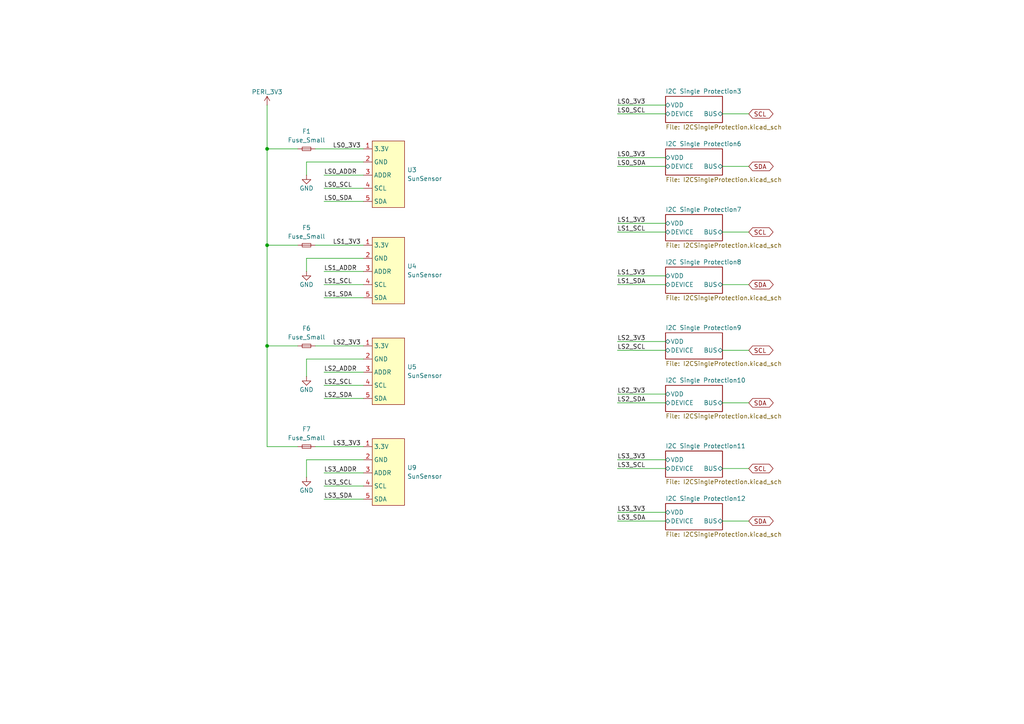
<source format=kicad_sch>
(kicad_sch (version 20231120) (generator "eeschema") (generator_version "8.0")
  (paper "A4")
  (lib_symbols
    (symbol "Argus-IC:SunSensor"
      (property "Reference" "U" (at 0 13.208 0))
      (property "Value" "SunSensor" (at 0 11.43 0))
      (symbol "SunSensor_1_1"
        (rectangle (start -5.08 8.636) (end 4.318 -10.668) (fill (type background)))
        (pin input line (at -7.62 6.35 0) (length 2.54) (name "3.3V") (number "1"))
        (pin input line (at -7.62 2.54 0) (length 2.54) (name "GND") (number "2"))
        (pin input line (at -7.62 -1.27 0) (length 2.54) (name "ADDR") (number "3"))
        (pin input line (at -7.62 -5.08 0) (length 2.54) (name "SCL") (number "4"))
        (pin input line (at -7.62 -8.89 0) (length 2.54) (name "SDA") (number "5"))
      )
    )
    (symbol "Device:Fuse_Small" (pin_numbers hide) (pin_names (offset 0.254) hide)
      (property "Reference" "F" (at 0 -1.524 0))
      (property "Value" "Fuse_Small" (at 0 1.524 0))
      (symbol "Fuse_Small_0_1"
        (rectangle (start -1.27 0.508) (end 1.27 -0.508))
        (polyline (pts (xy -1.27 0) (xy 1.27 0)))
      )
      (symbol "Fuse_Small_1_1"
        (pin passive line (at -2.54 0 0) (length 1.27) (name "~") (number "1"))
        (pin passive line (at 2.54 0 180) (length 1.27) (name "~") (number "2"))
      )
    )
    (symbol "power:+3.3V" (power) (pin_numbers hide) (pin_names (offset 0) hide)
      (property "Value" "+3.3V" (at 0 3.556 0))
      (symbol "+3.3V_0_1"
        (polyline (pts (xy -0.762 1.27) (xy 0 2.54)))
        (polyline (pts (xy 0 0) (xy 0 2.54)))
        (polyline (pts (xy 0 2.54) (xy 0.762 1.27)))
      )
      (symbol "+3.3V_1_1"
        (pin power_in line (at 0 0 90) (length 0) (name "~") (number "1"))
      )
    )
    (symbol "power:GND" (power) (pin_numbers hide) (pin_names (offset 0) hide)
      (property "Value" "GND" (at 0 -3.81 0))
      (symbol "GND_0_1"
        (polyline (pts (xy 0 0) (xy 0 -1.27) (xy 1.27 -1.27) (xy 0 -2.54) (xy -1.27 -1.27) (xy 0 -1.27)))
      )
      (symbol "GND_1_1"
        (pin power_in line (at 0 0 270) (length 0) (name "~") (number "1"))
      )
    )
  )
  (junction (at 77.47 43.18))
  (junction (at 77.47 100.33))
  (junction (at 77.47 71.12))
  (wire (pts (xy 93.98 144.78) (xy 105.41 144.78)))
  (wire (pts (xy 179.07 148.59) (xy 193.04 148.59)))
  (wire (pts (xy 77.47 71.12) (xy 77.47 100.33)))
  (wire (pts (xy 77.47 100.33) (xy 86.36 100.33)))
  (wire (pts (xy 77.47 30.48) (xy 77.47 43.18)))
  (wire (pts (xy 93.98 78.74) (xy 105.41 78.74)))
  (wire (pts (xy 209.55 116.84) (xy 217.17 116.84)))
  (wire (pts (xy 88.9 46.99) (xy 88.9 50.8)))
  (wire (pts (xy 88.9 133.35) (xy 88.9 138.43)))
  (wire (pts (xy 209.55 33.02) (xy 217.17 33.02)))
  (wire (pts (xy 105.41 74.93) (xy 88.9 74.93)))
  (wire (pts (xy 93.98 82.55) (xy 105.41 82.55)))
  (wire (pts (xy 93.98 50.8) (xy 105.41 50.8)))
  (wire (pts (xy 93.98 115.57) (xy 105.41 115.57)))
  (wire (pts (xy 88.9 104.14) (xy 88.9 109.22)))
  (wire (pts (xy 93.98 137.16) (xy 105.41 137.16)))
  (wire (pts (xy 179.07 33.02) (xy 193.04 33.02)))
  (wire (pts (xy 209.55 48.26) (xy 217.17 48.26)))
  (wire (pts (xy 93.98 54.61) (xy 105.41 54.61)))
  (wire (pts (xy 86.36 71.12) (xy 77.47 71.12)))
  (wire (pts (xy 209.55 101.6) (xy 217.17 101.6)))
  (wire (pts (xy 88.9 74.93) (xy 88.9 78.74)))
  (wire (pts (xy 77.47 43.18) (xy 86.36 43.18)))
  (wire (pts (xy 179.07 114.3) (xy 193.04 114.3)))
  (wire (pts (xy 91.44 43.18) (xy 105.41 43.18)))
  (wire (pts (xy 93.98 140.97) (xy 105.41 140.97)))
  (wire (pts (xy 77.47 43.18) (xy 77.47 71.12)))
  (wire (pts (xy 77.47 129.54) (xy 86.36 129.54)))
  (wire (pts (xy 93.98 86.36) (xy 105.41 86.36)))
  (wire (pts (xy 179.07 30.48) (xy 193.04 30.48)))
  (wire (pts (xy 93.98 111.76) (xy 105.41 111.76)))
  (wire (pts (xy 179.07 151.13) (xy 193.04 151.13)))
  (wire (pts (xy 91.44 71.12) (xy 105.41 71.12)))
  (wire (pts (xy 179.07 67.31) (xy 193.04 67.31)))
  (wire (pts (xy 179.07 64.77) (xy 193.04 64.77)))
  (wire (pts (xy 179.07 99.06) (xy 193.04 99.06)))
  (wire (pts (xy 105.41 133.35) (xy 88.9 133.35)))
  (wire (pts (xy 179.07 116.84) (xy 193.04 116.84)))
  (wire (pts (xy 209.55 82.55) (xy 217.17 82.55)))
  (wire (pts (xy 91.44 129.54) (xy 105.41 129.54)))
  (wire (pts (xy 179.07 82.55) (xy 193.04 82.55)))
  (wire (pts (xy 91.44 100.33) (xy 105.41 100.33)))
  (wire (pts (xy 209.55 135.89) (xy 217.17 135.89)))
  (wire (pts (xy 209.55 151.13) (xy 217.17 151.13)))
  (wire (pts (xy 179.07 133.35) (xy 193.04 133.35)))
  (wire (pts (xy 179.07 45.72) (xy 193.04 45.72)))
  (wire (pts (xy 77.47 100.33) (xy 77.47 129.54)))
  (wire (pts (xy 209.55 67.31) (xy 217.17 67.31)))
  (wire (pts (xy 105.41 46.99) (xy 88.9 46.99)))
  (wire (pts (xy 179.07 135.89) (xy 193.04 135.89)))
  (wire (pts (xy 179.07 48.26) (xy 193.04 48.26)))
  (wire (pts (xy 179.07 101.6) (xy 193.04 101.6)))
  (wire (pts (xy 179.07 80.01) (xy 193.04 80.01)))
  (wire (pts (xy 93.98 58.42) (xy 105.41 58.42)))
  (wire (pts (xy 105.41 104.14) (xy 88.9 104.14)))
  (wire (pts (xy 93.98 107.95) (xy 105.41 107.95)))
  (label "LS0_3V3" (at 96.52 43.18 0))
  (label "LS1_ADDR" (at 93.98 78.74 0))
  (label "LS2_SCL" (at 93.98 111.76 0))
  (label "LS2_ADDR" (at 93.98 107.95 0))
  (label "LS0_3V3" (at 179.07 45.72 0))
  (label "LS0_SDA" (at 179.07 48.26 0))
  (label "LS2_SDA" (at 93.98 115.57 0))
  (label "LS1_3V3" (at 96.52 71.12 0))
  (label "LS3_3V3" (at 179.07 133.35 0))
  (label "LS3_SDA" (at 179.07 151.13 0))
  (label "LS0_ADDR" (at 93.98 50.8 0))
  (label "LS2_SCL" (at 179.07 101.6 0))
  (label "LS0_SCL" (at 179.07 33.02 0))
  (label "LS0_SCL" (at 93.98 54.61 0))
  (label "LS3_ADDR" (at 93.98 137.16 0))
  (label "LS3_3V3" (at 179.07 148.59 0))
  (label "LS3_SCL" (at 179.07 135.89 0))
  (label "LS2_3V3" (at 179.07 114.3 0))
  (label "LS3_SDA" (at 93.98 144.78 0))
  (label "LS3_3V3" (at 96.52 129.54 0))
  (label "LS1_3V3" (at 179.07 64.77 0))
  (label "LS0_3V3" (at 179.07 30.48 0))
  (label "LS1_SDA" (at 93.98 86.36 0))
  (label "LS1_SCL" (at 179.07 67.31 0))
  (label "LS2_SDA" (at 179.07 116.84 0))
  (label "LS3_SCL" (at 93.98 140.97 0))
  (label "LS0_SDA" (at 93.98 58.42 0))
  (label "LS1_SDA" (at 179.07 82.55 0))
  (label "LS1_SCL" (at 93.98 82.55 0))
  (label "LS2_3V3" (at 96.52 100.33 0))
  (label "LS2_3V3" (at 179.07 99.06 0))
  (label "LS1_3V3" (at 179.07 80.01 0))
  (global_label "SCL" (shape bidirectional) (at 217.17 67.31 0) (property "Intersheetrefs" "${INTERSHEET_REFS}" (effects (hide yes))))
  (global_label "SCL" (shape bidirectional) (at 217.17 101.6 0) (property "Intersheetrefs" "${INTERSHEET_REFS}" (effects (hide yes))))
  (global_label "SDA" (shape bidirectional) (at 217.17 151.13 0) (property "Intersheetrefs" "${INTERSHEET_REFS}" (effects (hide yes))))
  (global_label "SDA" (shape bidirectional) (at 217.17 48.26 0) (property "Intersheetrefs" "${INTERSHEET_REFS}" (effects (hide yes))))
  (global_label "SDA" (shape bidirectional) (at 217.17 82.55 0) (property "Intersheetrefs" "${INTERSHEET_REFS}" (effects (hide yes))))
  (global_label "SCL" (shape bidirectional) (at 217.17 135.89 0) (property "Intersheetrefs" "${INTERSHEET_REFS}" (effects (hide yes))))
  (global_label "SCL" (shape bidirectional) (at 217.17 33.02 0) (property "Intersheetrefs" "${INTERSHEET_REFS}" (effects (hide yes))))
  (global_label "SDA" (shape bidirectional) (at 217.17 116.84 0) (property "Intersheetrefs" "${INTERSHEET_REFS}" (effects (hide yes))))
  (symbol (lib_id "power:GND") (at 88.9 109.22 0) (mirror y) (unit 1)
    (property "Reference" "#PWR013" (effects (hide yes)))
    (property "Value" "GND" (at 88.9 113.03 0))
    (property "Description" "Power symbol creates a global label with name \"GND\" , ground" (effects (hide yes)))
  )
  (symbol (lib_id "power:GND") (at 88.9 78.74 0) (mirror y) (unit 1)
    (property "Reference" "#PWR011" (effects (hide yes)))
    (property "Value" "GND" (at 88.9 82.55 0))
    (property "Description" "Power symbol creates a global label with name \"GND\" , ground" (effects (hide yes)))
  )
  (symbol (lib_id "Argus-IC:SunSensor") (at 113.03 77.47 0) (unit 1)
    (property "Reference" "U4" (at 118.11 77.2159 0) (effects (justify left)))
    (property "Value" "SunSensor" (at 118.11 79.7559 0) (effects (justify left)))
    (property "Footprint" "SolarPanels:SunSensor" (effects (hide yes)))
  )
  (symbol (lib_id "Device:Fuse_Small") (at 88.9 43.18 0) (unit 1)
    (property "Reference" "F1" (at 88.9 38.1 0))
    (property "Value" "Fuse_Small" (at 88.9 40.64 0))
    (property "Description" "Fuse, small symbol" (effects (hide yes)))
  )
  (symbol (lib_id "Device:Fuse_Small") (at 88.9 100.33 0) (unit 1)
    (property "Reference" "F6" (at 88.9 95.25 0))
    (property "Value" "Fuse_Small" (at 88.9 97.79 0))
    (property "Description" "Fuse, small symbol" (effects (hide yes)))
  )
  (symbol (lib_id "power:GND") (at 88.9 138.43 0) (mirror y) (unit 1)
    (property "Reference" "#PWR014" (effects (hide yes)))
    (property "Value" "GND" (at 88.9 142.24 0))
    (property "Description" "Power symbol creates a global label with name \"GND\" , ground" (effects (hide yes)))
  )
  (symbol (lib_id "power:GND") (at 88.9 50.8 0) (mirror y) (unit 1)
    (property "Reference" "#PWR012" (effects (hide yes)))
    (property "Value" "GND" (at 88.9 54.61 0))
    (property "Description" "Power symbol creates a global label with name \"GND\" , ground" (effects (hide yes)))
  )
  (symbol (lib_id "Argus-IC:SunSensor") (at 113.03 106.68 0) (unit 1)
    (property "Reference" "U5" (at 118.11 106.4259 0) (effects (justify left)))
    (property "Value" "SunSensor" (at 118.11 108.9659 0) (effects (justify left)))
    (property "Footprint" "SolarPanels:SunSensor" (effects (hide yes)))
  )
  (symbol (lib_id "Device:Fuse_Small") (at 88.9 129.54 0) (unit 1)
    (property "Reference" "F7" (at 88.9 124.46 0))
    (property "Value" "Fuse_Small" (at 88.9 127 0))
    (property "Description" "Fuse, small symbol" (effects (hide yes)))
  )
  (symbol (lib_id "Argus-IC:SunSensor") (at 113.03 49.53 0) (unit 1)
    (property "Reference" "U3" (at 118.11 49.2759 0) (effects (justify left)))
    (property "Value" "SunSensor" (at 118.11 51.8159 0) (effects (justify left)))
    (property "Footprint" "SolarPanels:SunSensor" (effects (hide yes)))
  )
  (symbol (lib_id "Argus-IC:SunSensor") (at 113.03 135.89 0) (unit 1)
    (property "Reference" "U9" (at 118.11 135.6359 0) (effects (justify left)))
    (property "Value" "SunSensor" (at 118.11 138.1759 0) (effects (justify left)))
    (property "Footprint" "SolarPanels:SunSensor" (effects (hide yes)))
  )
  (symbol (lib_id "power:+3.3V") (at 77.47 30.48 0) (unit 1)
    (property "Reference" "#PWR010" (effects (hide yes)))
    (property "Value" "PERI_3V3" (at 77.47 26.67 0))
    (property "Description" "Power symbol creates a global label with name \"+3.3V\"" (effects (hide yes)))
  )
  (symbol (lib_id "Device:Fuse_Small") (at 88.9 71.12 0) (unit 1)
    (property "Reference" "F5" (at 88.9 66.04 0))
    (property "Value" "Fuse_Small" (at 88.9 68.58 0))
    (property "Description" "Fuse, small symbol" (effects (hide yes)))
  )
  (sheet (at 193.04 146.05) (size 16.51 7.62) (stroke (width 0.1524))
    (property "Sheetname" "I2C Single Protection12" (at 193.04 145.3384 0) (effects (justify left bottom)))
    (property "Sheetfile" "I2CSingleProtection.kicad_sch" (at 193.04 154.2546 0) (effects (justify left top)))
    (pin "DEVICE" bidirectional (at 193.04 151.13 180))
    (pin "BUS" bidirectional (at 209.55 151.13 0))
    (pin "VDD" bidirectional (at 193.04 148.59 180))
  )
  (sheet (at 193.04 111.76) (size 16.51 7.62) (stroke (width 0.1524))
    (property "Sheetname" "I2C Single Protection10" (at 193.04 111.0484 0) (effects (justify left bottom)))
    (property "Sheetfile" "I2CSingleProtection.kicad_sch" (at 193.04 119.9646 0) (effects (justify left top)))
    (pin "DEVICE" bidirectional (at 193.04 116.84 180))
    (pin "BUS" bidirectional (at 209.55 116.84 0))
    (pin "VDD" bidirectional (at 193.04 114.3 180))
  )
  (sheet (at 193.04 130.81) (size 16.51 7.62) (stroke (width 0.1524))
    (property "Sheetname" "I2C Single Protection11" (at 193.04 130.0984 0) (effects (justify left bottom)))
    (property "Sheetfile" "I2CSingleProtection.kicad_sch" (at 193.04 139.0146 0) (effects (justify left top)))
    (pin "DEVICE" bidirectional (at 193.04 135.89 180))
    (pin "BUS" bidirectional (at 209.55 135.89 0))
    (pin "VDD" bidirectional (at 193.04 133.35 180))
  )
  (sheet (at 193.04 62.23) (size 16.51 7.62) (stroke (width 0.1524))
    (property "Sheetname" "I2C Single Protection7" (at 193.04 61.5184 0) (effects (justify left bottom)))
    (property "Sheetfile" "I2CSingleProtection.kicad_sch" (at 193.04 70.4346 0) (effects (justify left top)))
    (pin "DEVICE" bidirectional (at 193.04 67.31 180))
    (pin "BUS" bidirectional (at 209.55 67.31 0))
    (pin "VDD" bidirectional (at 193.04 64.77 180))
  )
  (sheet (at 193.04 43.18) (size 16.51 7.62) (stroke (width 0.1524))
    (property "Sheetname" "I2C Single Protection6" (at 193.04 42.4684 0) (effects (justify left bottom)))
    (property "Sheetfile" "I2CSingleProtection.kicad_sch" (at 193.04 51.3846 0) (effects (justify left top)))
    (pin "DEVICE" bidirectional (at 193.04 48.26 180))
    (pin "BUS" bidirectional (at 209.55 48.26 0))
    (pin "VDD" bidirectional (at 193.04 45.72 180))
  )
  (sheet (at 193.04 77.47) (size 16.51 7.62) (stroke (width 0.1524))
    (property "Sheetname" "I2C Single Protection8" (at 193.04 76.7584 0) (effects (justify left bottom)))
    (property "Sheetfile" "I2CSingleProtection.kicad_sch" (at 193.04 85.6746 0) (effects (justify left top)))
    (pin "DEVICE" bidirectional (at 193.04 82.55 180))
    (pin "BUS" bidirectional (at 209.55 82.55 0))
    (pin "VDD" bidirectional (at 193.04 80.01 180))
  )
  (sheet (at 193.04 27.94) (size 16.51 7.62) (stroke (width 0.1524))
    (property "Sheetname" "I2C Single Protection3" (at 193.04 27.2284 0) (effects (justify left bottom)))
    (property "Sheetfile" "I2CSingleProtection.kicad_sch" (at 193.04 36.1446 0) (effects (justify left top)))
    (pin "DEVICE" bidirectional (at 193.04 33.02 180))
    (pin "BUS" bidirectional (at 209.55 33.02 0))
    (pin "VDD" bidirectional (at 193.04 30.48 180))
  )
  (sheet (at 193.04 96.52) (size 16.51 7.62) (stroke (width 0.1524))
    (property "Sheetname" "I2C Single Protection9" (at 193.04 95.8084 0) (effects (justify left bottom)))
    (property "Sheetfile" "I2CSingleProtection.kicad_sch" (at 193.04 104.7246 0) (effects (justify left top)))
    (pin "DEVICE" bidirectional (at 193.04 101.6 180))
    (pin "BUS" bidirectional (at 209.55 101.6 0))
    (pin "VDD" bidirectional (at 193.04 99.06 180))
  )
)
</source>
